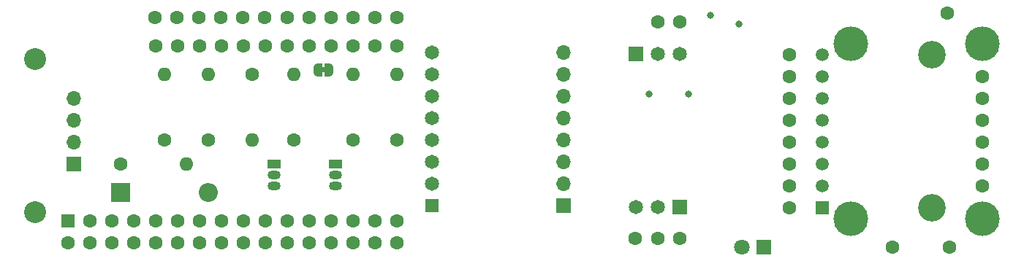
<source format=gbr>
%TF.GenerationSoftware,KiCad,Pcbnew,(7.0.0-0)*%
%TF.CreationDate,2023-06-13T14:54:47-07:00*%
%TF.ProjectId,ssrov-kicad-openctd,7373726f-762d-46b6-9963-61642d6f7065,rev?*%
%TF.SameCoordinates,Original*%
%TF.FileFunction,Soldermask,Top*%
%TF.FilePolarity,Negative*%
%FSLAX46Y46*%
G04 Gerber Fmt 4.6, Leading zero omitted, Abs format (unit mm)*
G04 Created by KiCad (PCBNEW (7.0.0-0)) date 2023-06-13 14:54:47*
%MOMM*%
%LPD*%
G01*
G04 APERTURE LIST*
G04 Aperture macros list*
%AMFreePoly0*
4,1,19,0.500000,-0.750000,0.000000,-0.750000,0.000000,-0.744911,-0.071157,-0.744911,-0.207708,-0.704816,-0.327430,-0.627875,-0.420627,-0.520320,-0.479746,-0.390866,-0.500000,-0.250000,-0.500000,0.250000,-0.479746,0.390866,-0.420627,0.520320,-0.327430,0.627875,-0.207708,0.704816,-0.071157,0.744911,0.000000,0.744911,0.000000,0.750000,0.500000,0.750000,0.500000,-0.750000,0.500000,-0.750000,
$1*%
%AMFreePoly1*
4,1,19,0.000000,0.744911,0.071157,0.744911,0.207708,0.704816,0.327430,0.627875,0.420627,0.520320,0.479746,0.390866,0.500000,0.250000,0.500000,-0.250000,0.479746,-0.390866,0.420627,-0.520320,0.327430,-0.627875,0.207708,-0.704816,0.071157,-0.744911,0.000000,-0.744911,0.000000,-0.750000,-0.500000,-0.750000,-0.500000,0.750000,0.000000,0.750000,0.000000,0.744911,0.000000,0.744911,
$1*%
G04 Aperture macros list end*
%ADD10R,1.500000X1.050000*%
%ADD11O,1.500000X1.050000*%
%ADD12C,1.600000*%
%ADD13O,1.600000X1.600000*%
%ADD14R,1.508000X1.508000*%
%ADD15C,1.508000*%
%ADD16C,3.200000*%
%ADD17C,2.540000*%
%ADD18R,1.600000X1.600000*%
%ADD19R,1.651000X1.651000*%
%ADD20C,1.651000*%
%ADD21R,1.700000X1.700000*%
%ADD22O,1.700000X1.700000*%
%ADD23FreePoly0,180.000000*%
%ADD24FreePoly1,180.000000*%
%ADD25R,2.200000X2.200000*%
%ADD26O,2.200000X2.200000*%
%ADD27C,4.016000*%
%ADD28R,1.650000X1.650000*%
%ADD29C,1.650000*%
%ADD30R,1.800000X1.800000*%
%ADD31C,1.800000*%
%ADD32C,0.800000*%
G04 APERTURE END LIST*
%TO.C,JP1*%
G36*
X130160000Y-87676000D02*
G01*
X129660000Y-87676000D01*
X129660000Y-87076000D01*
X130160000Y-87076000D01*
X130160000Y-87676000D01*
G37*
%TD*%
D10*
%TO.C,nMOS2*%
X131317999Y-98297999D03*
D11*
X131317999Y-99567999D03*
X131317999Y-100837999D03*
%TD*%
D12*
%TO.C,TP23*%
X105410000Y-107442000D03*
%TD*%
%TO.C,PWR-R2*%
X116586000Y-95504000D03*
D13*
X116585999Y-87883999D03*
%TD*%
D12*
%TO.C,D6-R4*%
X126492000Y-95504000D03*
D13*
X126491999Y-87883999D03*
%TD*%
D14*
%TO.C,U2*%
X187705999Y-103373999D03*
D15*
X187706000Y-100834000D03*
X187706000Y-98294000D03*
X187706000Y-95754000D03*
X187706000Y-93214000D03*
X187706000Y-90674000D03*
X187706000Y-88134000D03*
X187706000Y-85594000D03*
D16*
X200406000Y-103374000D03*
X200406000Y-85594000D03*
%TD*%
D12*
%TO.C,TP11*%
X135879090Y-81280000D03*
%TD*%
D17*
%TO.C,U3*%
X96530000Y-103923000D03*
X96530000Y-86143000D03*
D18*
X100339999Y-104938999D03*
D12*
X102880000Y-104939000D03*
X105420000Y-104939000D03*
X107960000Y-104939000D03*
X110500000Y-104939000D03*
X113040000Y-104939000D03*
X115580000Y-104939000D03*
X118120000Y-104939000D03*
X120660000Y-104939000D03*
X123200000Y-104939000D03*
X125740000Y-104939000D03*
X128280000Y-104939000D03*
X130820000Y-104939000D03*
X133360000Y-104939000D03*
X135900000Y-104939000D03*
X138440000Y-104939000D03*
X138440000Y-84619000D03*
X135900000Y-84619000D03*
X133360000Y-84619000D03*
X130820000Y-84619000D03*
X128280000Y-84619000D03*
X125740000Y-84619000D03*
X123200000Y-84619000D03*
X120660000Y-84619000D03*
X118120000Y-84619000D03*
X115580000Y-84619000D03*
X113040000Y-84619000D03*
X110500000Y-84619000D03*
%TD*%
D19*
%TO.C,U1*%
X166098999Y-85539999D03*
D20*
X168639000Y-85540000D03*
X171179000Y-85540000D03*
D19*
X171178999Y-103319999D03*
D20*
X168639000Y-103320000D03*
X166099000Y-103320000D03*
%TD*%
D12*
%TO.C,TP15*%
X183896000Y-95754000D03*
%TD*%
%TO.C,TP19*%
X166042000Y-106955000D03*
%TD*%
%TO.C,TP5*%
X120573636Y-81280000D03*
%TD*%
%TO.C,TP26*%
X113030000Y-107442000D03*
%TD*%
%TO.C,TP32*%
X128270000Y-107442000D03*
%TD*%
%TO.C,TP6*%
X123124545Y-81280000D03*
%TD*%
%TO.C,TP36*%
X138430000Y-107442000D03*
%TD*%
%TO.C,TP7*%
X125675454Y-81280000D03*
%TD*%
%TO.C,TP10*%
X133328181Y-81280000D03*
%TD*%
%TO.C,TP13*%
X168656000Y-81788000D03*
%TD*%
%TO.C,TP43*%
X195834000Y-107950000D03*
%TD*%
%TO.C,TP44*%
X202184000Y-80772000D03*
%TD*%
%TO.C,TP16*%
X183896000Y-98294000D03*
%TD*%
%TO.C,TP34*%
X133350000Y-107442000D03*
%TD*%
%TO.C,TP30*%
X123190000Y-107442000D03*
%TD*%
D21*
%TO.C,FastCharge_Conn1*%
X101016000Y-98309998D03*
D22*
X101016000Y-95769998D03*
X101016000Y-93229998D03*
X101016000Y-90689998D03*
%TD*%
D12*
%TO.C,PWR-R1*%
X111506000Y-95504000D03*
D13*
X111505999Y-87883999D03*
%TD*%
D12*
%TO.C,TP33*%
X130810000Y-107442000D03*
%TD*%
%TO.C,TP35*%
X135890000Y-107442000D03*
%TD*%
%TO.C,TP2*%
X112920909Y-81280000D03*
%TD*%
D23*
%TO.C,JP1*%
X130556000Y-87376000D03*
D24*
X129256000Y-87376000D03*
%TD*%
D25*
%TO.C,D1*%
X106425999Y-101599999D03*
D26*
X116585999Y-101599999D03*
%TD*%
D12*
%TO.C,TP24*%
X107950000Y-107442000D03*
%TD*%
%TO.C,TP12*%
X138430000Y-81280000D03*
%TD*%
%TO.C,TP29*%
X120650000Y-107442000D03*
%TD*%
%TO.C,TP21*%
X100330000Y-107442000D03*
%TD*%
%TO.C,TP9*%
X130777272Y-81280000D03*
%TD*%
%TO.C,TP4*%
X118022727Y-81280000D03*
%TD*%
%TO.C,TP14*%
X171196000Y-81788000D03*
%TD*%
%TO.C,TP28*%
X118110000Y-107442000D03*
%TD*%
%TO.C,TP18*%
X183896000Y-103374000D03*
%TD*%
%TO.C,PWR--R7*%
X106426000Y-98298000D03*
D13*
X114045999Y-98297999D03*
%TD*%
D12*
%TO.C,TP1*%
X110370000Y-81280000D03*
%TD*%
D10*
%TO.C,nMOS1*%
X124205999Y-98297999D03*
D11*
X124205999Y-99567999D03*
X124205999Y-100837999D03*
%TD*%
D12*
%TO.C,TP25*%
X110490000Y-107442000D03*
%TD*%
%TO.C,TP31*%
X125730000Y-107442000D03*
%TD*%
%TO.C,TP20*%
X171196000Y-106955000D03*
%TD*%
%TO.C,TP22*%
X102870000Y-107442000D03*
%TD*%
%TO.C,TP17*%
X183896000Y-100834000D03*
%TD*%
%TO.C,LED-R3*%
X121666000Y-87884000D03*
D13*
X121665999Y-95503999D03*
%TD*%
D12*
%TO.C,SDA-R6*%
X138430000Y-95504000D03*
D13*
X138429999Y-87883999D03*
%TD*%
D12*
%TO.C,TP3*%
X115471818Y-81280000D03*
%TD*%
%TO.C,TP8*%
X128226363Y-81280000D03*
%TD*%
%TO.C,TP41*%
X168608000Y-106974000D03*
%TD*%
%TO.C,TP42*%
X202438000Y-107950000D03*
%TD*%
%TO.C,TP27*%
X115570000Y-107442000D03*
%TD*%
%TO.C,SCL-R5*%
X133350000Y-95504000D03*
D13*
X133349999Y-87883999D03*
%TD*%
D27*
%TO.C,BNO055_IMU1*%
X206248000Y-84344000D03*
X191008000Y-84344000D03*
X206258000Y-104654000D03*
X191008000Y-104664000D03*
D12*
X206248000Y-88154000D03*
X206248000Y-90694000D03*
X206248000Y-93234000D03*
X206248000Y-95774000D03*
X206248000Y-98314000D03*
X206248000Y-100854000D03*
%TD*%
%TO.C,TP37*%
X183848000Y-85594000D03*
%TD*%
D28*
%TO.C,J1*%
X142493999Y-103123999D03*
D29*
X142494000Y-100584000D03*
X142494000Y-98044000D03*
X142494000Y-95504000D03*
X142494000Y-92964000D03*
X142494000Y-90424000D03*
X142494000Y-87884000D03*
X142494000Y-85344000D03*
%TD*%
D12*
%TO.C,TP38*%
X183896000Y-88134000D03*
%TD*%
D30*
%TO.C,D2*%
X180907999Y-107963999D03*
D31*
X178368000Y-107964000D03*
%TD*%
D12*
%TO.C,TP39*%
X183896000Y-90674000D03*
%TD*%
D21*
%TO.C,J2*%
X157733999Y-103163999D03*
D22*
X157733999Y-100623999D03*
X157733999Y-98083999D03*
X157733999Y-95543999D03*
X157733999Y-93003999D03*
X157733999Y-90463999D03*
X157733999Y-87923999D03*
X157733999Y-85383999D03*
%TD*%
D12*
%TO.C,TP40*%
X183896000Y-93214000D03*
%TD*%
D32*
X174728000Y-81084000D03*
X172212000Y-90200000D03*
X178054000Y-82042000D03*
X167640000Y-90200000D03*
M02*

</source>
